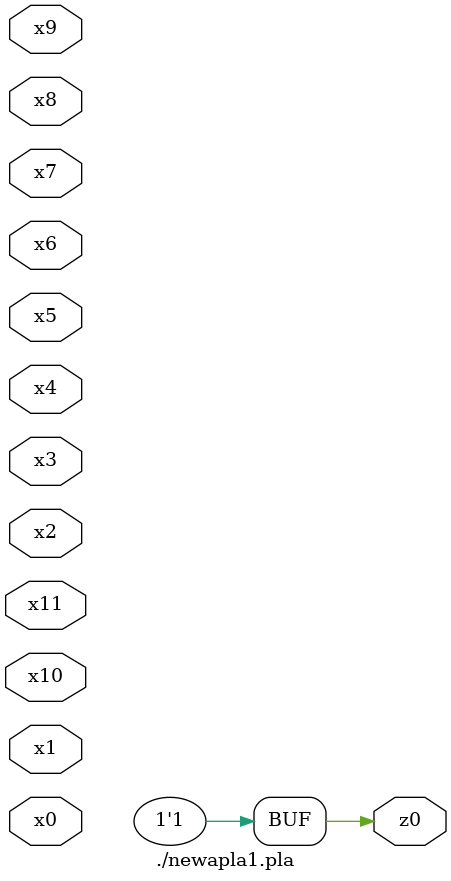
<source format=v>

module \./newapla1.pla  ( 
    x0, x1, x2, x3, x4, x5, x6, x7, x8, x9, x10, x11,
    z0  );
  input  x0, x1, x2, x3, x4, x5, x6, x7, x8, x9, x10, x11;
  output z0;
  assign z0 = 1'b1;
endmodule



</source>
